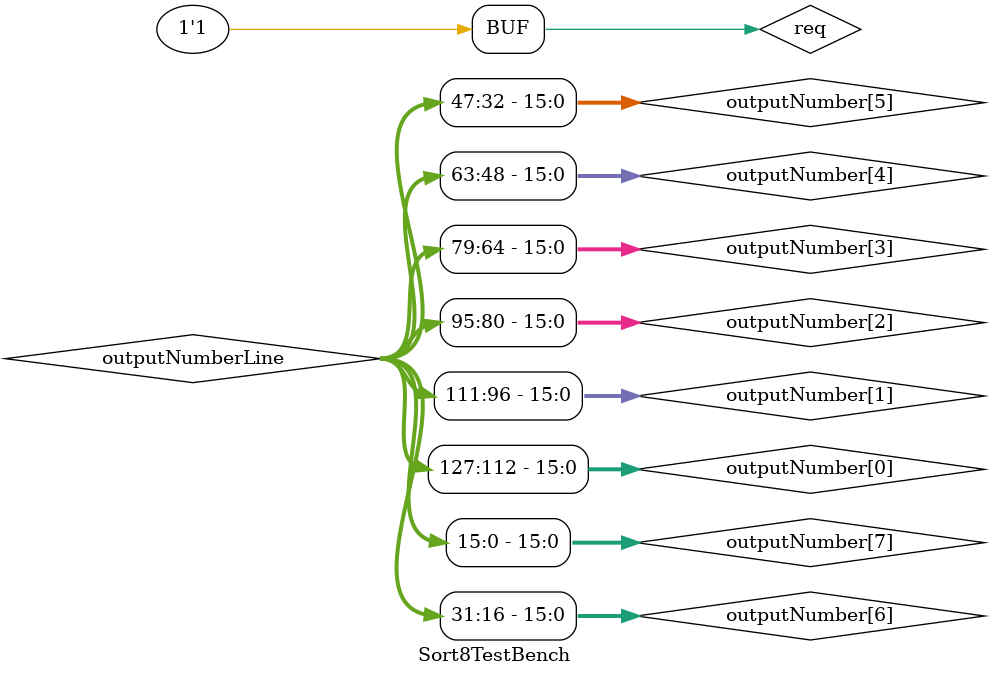
<source format=v>

`timescale 1ns / 1ps


module Sort8TestBench();
reg req=1'b0;
wire fin;
reg [15:0] inputNumber[0:7];
wire [127:0] inputNumberLine;
wire [127:0] outputNumberLine;
wire [15:0] outputNumber[0:7];

initial begin
#10;
inputNumber[0] = $random;
inputNumber[1] = $random;
inputNumber[2] = $random;
inputNumber[3] = $random;
inputNumber[4] = $random;
inputNumber[5] = $random;
inputNumber[6] = $random;
inputNumber[7] = $random;
end

genvar i;
generate 
for(i=0;i<8;i=i+1)
begin
   assign inputNumberLine[16*i+15:i*16]=inputNumber[7-i];
   assign outputNumber[7-i]=outputNumberLine[16*i+15:i*16];
end
endgenerate 

initial begin
#400 req=1'b1;
end

sort8 #(32) sort8 (req,fin,inputNumberLine,outputNumberLine);

endmodule

</source>
